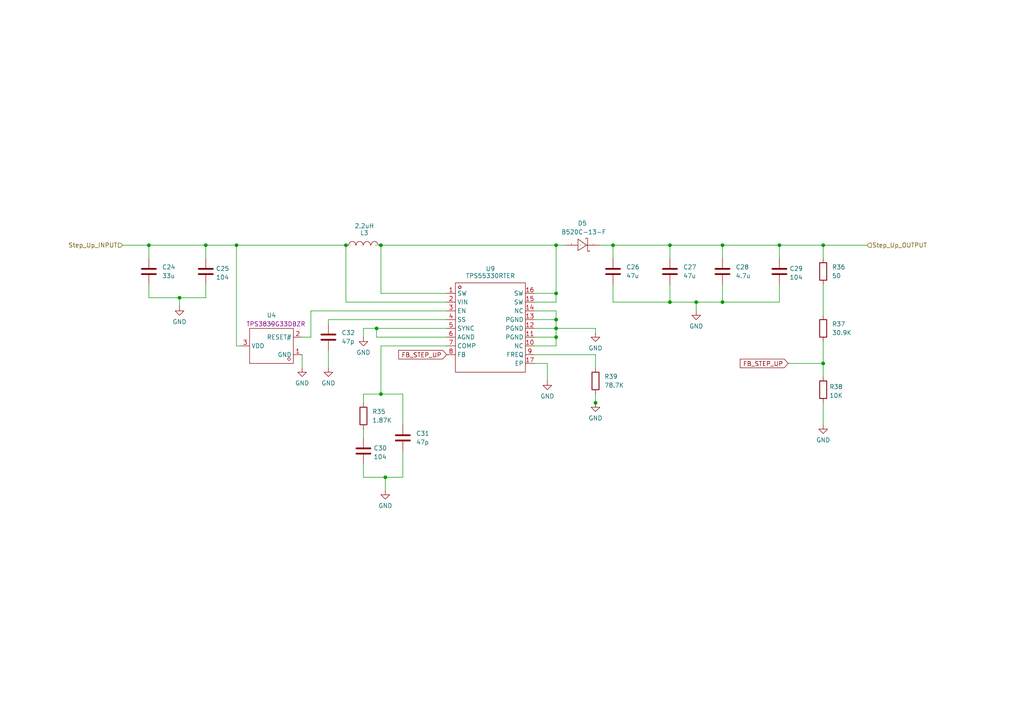
<source format=kicad_sch>
(kicad_sch (version 20250114) (generator "eeschema") (generator_version "9.0")
  (paper "A4")
  (lib_symbols
    (symbol "Device:C" (pin_numbers (hide yes)) (pin_names (offset 0.254))
      (property "Reference" "C" (at 0.635 2.54 0))
      (property "Value" "C" (at 0.635 -2.54 0))
      (symbol "C_0_1"
        (polyline (pts (xy -2.032 0.762) (xy 2.032 0.762)) (stroke (width 0.508)))
        (polyline (pts (xy -2.032 -0.762) (xy 2.032 -0.762)) (stroke (width 0.508)))
      )
      (symbol "C_1_1"
        (pin passive line (at 0 3.81 270) (length 2.794) (name "~") (number "1"))
        (pin passive line (at 0 -3.81 90) (length 2.794) (name "~") (number "2"))
      )
    )
    (symbol "Device:R" (pin_numbers (hide yes)) (pin_names (offset 0))
      (property "Reference" "R" (at 2.032 0 90))
      (property "Value" "R" (at 0 0 90))
      (symbol "R_0_1"
        (rectangle (start -1.016 -2.54) (end 1.016 2.54) (stroke (width 0.254)))
      )
      (symbol "R_1_1"
        (pin passive line (at 0 3.81 270) (length 1.27) (name "~") (number "1"))
        (pin passive line (at 0 -3.81 90) (length 1.27) (name "~") (number "2"))
      )
    )
    (symbol "My_Personal_Symbols_Library:B520C-13-F"
      (property "Reference" "D" (at 0 3.048 0))
      (symbol "B520C-13-F_1_0"
        (polyline (pts (xy -2.032 1.524) (xy -2.032 1.778) (xy -2.032 1.778) (xy -1.524 1.778) (xy -1.524 1.778) (xy -1.524 -2.032) (xy -1.524 -2.032) (xy -1.016 -2.032) (xy -1.016 -2.032) (xy -1.016 -1.778)))
        (polyline (pts (xy 1.27 1.524) (xy -1.27 0) (xy -1.27 0) (xy 1.27 -1.778) (xy 1.27 -1.778) (xy 1.27 1.524)))
        (pin unspecified line (at -5.08 0 0) (length 3.81) (name "K") (number "1"))
        (pin unspecified line (at 5.08 0 180) (length 3.81) (name "A") (number "2"))
      )
    )
    (symbol "My_Personal_Symbols_Library:SLF12575T-470M2R7-PF"
      (property "Reference" "L" (at 0 2.54 0))
      (symbol "SLF12575T-470M2R7-PF_1_0"
        (polyline (pts (xy -4.2672 0) (xy -4.2164 0.4318) (xy -4.2164 0.4318) (xy -4.0132 0.7874) (xy -4.0132 0.7874) (xy -3.6576 1.016) (xy -3.6576 1.016) (xy -3.2512 1.0922) (xy -3.2512 1.0922) (xy -2.8702 1.016) (xy -2.8702 1.016) (xy -2.5146 0.7874) (xy -2.5146 0.7874) (xy -2.3114 0.4064) (xy -2.3114 0.4064) (xy -2.2606 0)))
        (polyline (pts (xy -2.1082 0) (xy -2.0828 0.4318) (xy -2.0828 0.4318) (xy -1.8542 0.7874) (xy -1.8542 0.7874) (xy -1.524 1.016) (xy -1.524 1.016) (xy -1.1176 1.0922) (xy -1.1176 1.0922) (xy -0.7112 1.016) (xy -0.7112 1.016) (xy -0.3556 0.7874) (xy -0.3556 0.7874) (xy -0.1524 0.4318) (xy -0.1524 0.4318) (xy -0.1016 0)))
        (polyline (pts (xy 0 0) (xy 0.0508 0.4318) (xy 0.0508 0.4318) (xy 0.2794 0.7874) (xy 0.2794 0.7874) (xy 0.6096 1.016) (xy 0.6096 1.016) (xy 1.016 1.0922) (xy 1.016 1.0922) (xy 1.4224 1.016) (xy 1.4224 1.016) (xy 1.7526 0.7874) (xy 1.7526 0.7874) (xy 1.9812 0.4318) (xy 1.9812 0.4318) (xy 2.032 0)))
        (polyline (pts (xy 2.2098 0) (xy 2.2606 0.4064) (xy 2.2606 0.4064) (xy 2.4638 0.762) (xy 2.4638 0.762) (xy 2.8194 0.9906) (xy 2.8194 0.9906) (xy 3.2004 1.0922) (xy 3.2004 1.0922) (xy 3.6068 0.9906) (xy 3.6068 0.9906) (xy 3.9624 0.762) (xy 3.9624 0.762) (xy 4.1656 0.4064) (xy 4.1656 0.4064) (xy 4.2164 0)))
        (pin unspecified line (at -5.08 0 0) (length 0.762) (name "1") (number "1"))
        (pin unspecified line (at 5.08 0 180) (length 0.762) (name "2") (number "2"))
      )
    )
    (symbol "My_Personal_Symbols_Library:TPS3839G33DBZR"
      (property "Reference" "U" (at 0 6.604 0))
      (symbol "TPS3839G33DBZR_1_0"
        (rectangle (start -6.35 -5.08) (end 6.35 5.08))
        (circle (center -5.08 3.81) (radius 0.381))
        (pin input line (at -8.89 2.54 0) (length 2.54) (name "GND") (number "1"))
        (pin input line (at -8.89 -2.54 0) (length 2.54) (name "RESET#") (number "2"))
        (pin input line (at 8.89 0 180) (length 2.54) (name "VDD") (number "3"))
      )
    )
    (symbol "My_Personal_Symbols_Library:TPS55330RTER"
      (property "Reference" "U" (at 0 15.494 0))
      (symbol "TPS55330RTER_1_0"
        (rectangle (start -10.16 -12.7) (end 10.16 13.208))
        (circle (center -8.89 11.938) (radius 0.381))
        (circle (center -8.89 11.938) (radius 0.381))
        (pin unspecified line (at -12.7 10.16 0) (length 2.54) (name "SW") (number "1"))
        (pin unspecified line (at -12.7 7.62 0) (length 2.54) (name "VIN") (number "2"))
        (pin unspecified line (at -12.7 5.08 0) (length 2.54) (name "EN") (number "3"))
        (pin unspecified line (at -12.7 2.54 0) (length 2.54) (name "SS") (number "4"))
        (pin unspecified line (at -12.7 0 0) (length 2.54) (name "SYNC") (number "5"))
        (pin unspecified line (at -12.7 -2.54 0) (length 2.54) (name "AGND") (number "6"))
        (pin unspecified line (at -12.7 -5.08 0) (length 2.54) (name "COMP") (number "7"))
        (pin unspecified line (at -12.7 -7.62 0) (length 2.54) (name "FB") (number "8"))
        (pin unspecified line (at 12.7 10.16 180) (length 2.54) (name "SW") (number "16"))
        (pin unspecified line (at 12.7 7.62 180) (length 2.54) (name "SW") (number "15"))
        (pin unspecified line (at 12.7 5.08 180) (length 2.54) (name "NC") (number "14"))
        (pin unspecified line (at 12.7 2.54 180) (length 2.54) (name "PGND") (number "13"))
        (pin unspecified line (at 12.7 0 180) (length 2.54) (name "PGND") (number "12"))
        (pin unspecified line (at 12.7 -2.54 180) (length 2.54) (name "PGND") (number "11"))
        (pin unspecified line (at 12.7 -5.08 180) (length 2.54) (name "NC") (number "10"))
        (pin unspecified line (at 12.7 -7.62 180) (length 2.54) (name "FREQ") (number "9"))
        (pin unspecified line (at 12.7 -10.16 180) (length 2.54) (name "EP") (number "17"))
      )
    )
    (symbol "power:GND" (power) (pin_names (offset 0))
      (property "Value" "GND" (at 0 -3.81 0))
      (symbol "GND_0_1"
        (polyline (pts (xy 0 0) (xy 0 -1.27) (xy 1.27 -1.27) (xy 0 -2.54) (xy -1.27 -1.27) (xy 0 -1.27)))
      )
      (symbol "GND_1_1"
        (pin power_in line (at 0 0 270) (length 0) (hide yes) (name "GND") (number "1"))
      )
    )
  )
  (junction (at 161.29 92.71))
  (junction (at 109.22 95.25))
  (junction (at 161.29 85.09))
  (junction (at 177.8 71.12))
  (junction (at 110.49 114.3))
  (junction (at 172.72 116.84))
  (junction (at 110.49 71.12))
  (junction (at 52.07 86.36))
  (junction (at 43.18 71.12))
  (junction (at 238.76 105.41))
  (junction (at 161.29 97.79))
  (junction (at 68.58 71.12))
  (junction (at 194.31 71.12))
  (junction (at 161.29 95.25))
  (junction (at 194.31 87.63))
  (junction (at 100.33 71.12))
  (junction (at 226.06 71.12))
  (junction (at 201.93 87.63))
  (junction (at 209.55 71.12))
  (junction (at 161.29 71.12))
  (junction (at 209.55 87.63))
  (junction (at 59.69 71.12))
  (junction (at 111.76 138.43))
  (junction (at 238.76 71.12))
  (wire (pts (xy 116.84 114.3) (xy 116.84 123.19)))
  (wire (pts (xy 154.94 105.41) (xy 158.75 105.41)))
  (wire (pts (xy 90.17 97.79) (xy 90.17 90.17)))
  (wire (pts (xy 238.76 116.84) (xy 238.76 123.19)))
  (wire (pts (xy 226.06 87.63) (xy 226.06 82.55)))
  (wire (pts (xy 59.69 86.36) (xy 59.69 82.55)))
  (wire (pts (xy 95.25 92.71) (xy 129.54 92.71)))
  (wire (pts (xy 154.94 90.17) (xy 161.29 90.17)))
  (wire (pts (xy 105.41 97.79) (xy 105.41 95.25)))
  (wire (pts (xy 43.18 74.93) (xy 43.18 71.12)))
  (wire (pts (xy 110.49 71.12) (xy 161.29 71.12)))
  (wire (pts (xy 105.41 124.46) (xy 105.41 127)))
  (wire (pts (xy 161.29 95.25) (xy 172.72 95.25)))
  (wire (pts (xy 105.41 138.43) (xy 111.76 138.43)))
  (wire (pts (xy 154.94 92.71) (xy 161.29 92.71)))
  (wire (pts (xy 172.72 116.84) (xy 172.72 118.11)))
  (wire (pts (xy 35.56 71.12) (xy 43.18 71.12)))
  (wire (pts (xy 110.49 100.33) (xy 110.49 114.3)))
  (wire (pts (xy 90.17 90.17) (xy 129.54 90.17)))
  (wire (pts (xy 238.76 82.55) (xy 238.76 91.44)))
  (wire (pts (xy 161.29 71.12) (xy 161.29 85.09)))
  (wire (pts (xy 110.49 85.09) (xy 129.54 85.09)))
  (wire (pts (xy 177.8 87.63) (xy 194.31 87.63)))
  (wire (pts (xy 43.18 82.55) (xy 43.18 86.36)))
  (wire (pts (xy 173.99 71.12) (xy 177.8 71.12)))
  (wire (pts (xy 226.06 71.12) (xy 226.06 74.93)))
  (wire (pts (xy 194.31 82.55) (xy 194.31 87.63)))
  (wire (pts (xy 161.29 85.09) (xy 154.94 85.09)))
  (wire (pts (xy 172.72 114.3) (xy 172.72 116.84)))
  (wire (pts (xy 59.69 71.12) (xy 59.69 74.93)))
  (wire (pts (xy 87.63 97.79) (xy 90.17 97.79)))
  (wire (pts (xy 161.29 95.25) (xy 161.29 97.79)))
  (wire (pts (xy 109.22 97.79) (xy 109.22 95.25)))
  (wire (pts (xy 100.33 71.12) (xy 100.33 87.63)))
  (wire (pts (xy 105.41 95.25) (xy 109.22 95.25)))
  (wire (pts (xy 238.76 105.41) (xy 238.76 109.22)))
  (wire (pts (xy 59.69 71.12) (xy 68.58 71.12)))
  (wire (pts (xy 161.29 71.12) (xy 163.83 71.12)))
  (wire (pts (xy 68.58 100.33) (xy 69.85 100.33)))
  (wire (pts (xy 238.76 71.12) (xy 251.46 71.12)))
  (wire (pts (xy 194.31 87.63) (xy 201.93 87.63)))
  (wire (pts (xy 154.94 95.25) (xy 161.29 95.25)))
  (wire (pts (xy 110.49 71.12) (xy 110.49 85.09)))
  (wire (pts (xy 177.8 82.55) (xy 177.8 87.63)))
  (wire (pts (xy 172.72 95.25) (xy 172.72 96.52)))
  (wire (pts (xy 109.22 95.25) (xy 129.54 95.25)))
  (wire (pts (xy 105.41 114.3) (xy 105.41 116.84)))
  (wire (pts (xy 111.76 138.43) (xy 111.76 142.24)))
  (wire (pts (xy 238.76 99.06) (xy 238.76 105.41)))
  (wire (pts (xy 228.6 105.41) (xy 238.76 105.41)))
  (wire (pts (xy 116.84 138.43) (xy 116.84 130.81)))
  (wire (pts (xy 172.72 102.87) (xy 172.72 106.68)))
  (wire (pts (xy 95.25 93.98) (xy 95.25 92.71)))
  (wire (pts (xy 129.54 97.79) (xy 109.22 97.79)))
  (wire (pts (xy 154.94 97.79) (xy 161.29 97.79)))
  (wire (pts (xy 194.31 71.12) (xy 209.55 71.12)))
  (wire (pts (xy 52.07 86.36) (xy 59.69 86.36)))
  (wire (pts (xy 209.55 71.12) (xy 226.06 71.12)))
  (wire (pts (xy 161.29 100.33) (xy 154.94 100.33)))
  (wire (pts (xy 87.63 102.87) (xy 87.63 106.68)))
  (wire (pts (xy 105.41 114.3) (xy 110.49 114.3)))
  (wire (pts (xy 161.29 97.79) (xy 161.29 100.33)))
  (wire (pts (xy 226.06 71.12) (xy 238.76 71.12)))
  (wire (pts (xy 158.75 105.41) (xy 158.75 110.49)))
  (wire (pts (xy 129.54 100.33) (xy 110.49 100.33)))
  (wire (pts (xy 161.29 90.17) (xy 161.29 92.71)))
  (wire (pts (xy 201.93 87.63) (xy 201.93 90.17)))
  (wire (pts (xy 177.8 71.12) (xy 177.8 74.93)))
  (wire (pts (xy 43.18 71.12) (xy 59.69 71.12)))
  (wire (pts (xy 110.49 114.3) (xy 116.84 114.3)))
  (wire (pts (xy 68.58 71.12) (xy 100.33 71.12)))
  (wire (pts (xy 209.55 71.12) (xy 209.55 74.93)))
  (wire (pts (xy 194.31 71.12) (xy 194.31 74.93)))
  (wire (pts (xy 68.58 71.12) (xy 68.58 100.33)))
  (wire (pts (xy 201.93 87.63) (xy 209.55 87.63)))
  (wire (pts (xy 95.25 101.6) (xy 95.25 106.68)))
  (wire (pts (xy 238.76 71.12) (xy 238.76 74.93)))
  (wire (pts (xy 161.29 87.63) (xy 161.29 85.09)))
  (wire (pts (xy 161.29 92.71) (xy 161.29 95.25)))
  (wire (pts (xy 209.55 82.55) (xy 209.55 87.63)))
  (wire (pts (xy 43.18 86.36) (xy 52.07 86.36)))
  (wire (pts (xy 154.94 87.63) (xy 161.29 87.63)))
  (wire (pts (xy 209.55 87.63) (xy 226.06 87.63)))
  (wire (pts (xy 100.33 87.63) (xy 129.54 87.63)))
  (wire (pts (xy 111.76 138.43) (xy 116.84 138.43)))
  (wire (pts (xy 177.8 71.12) (xy 194.31 71.12)))
  (wire (pts (xy 154.94 102.87) (xy 172.72 102.87)))
  (wire (pts (xy 52.07 86.36) (xy 52.07 88.9)))
  (wire (pts (xy 105.41 134.62) (xy 105.41 138.43)))
  (global_label "FB_STEP_UP" (shape input) (at 129.54 102.87 180) (property "Intersheetrefs" "${INTERSHEET_REFS}" (effects (hide yes))))
  (global_label "FB_STEP_UP" (shape input) (at 228.6 105.41 180) (property "Intersheetrefs" "${INTERSHEET_REFS}" (effects (hide yes))))
  (hierarchical_label "Step_Up_OUTPUT" (shape input) (at 251.46 71.12 0))
  (hierarchical_label "Step_Up_INPUT" (shape input) (at 35.56 71.12 180))
  (symbol (lib_id "Device:C") (at 226.06 78.74 0) (unit 1)
    (property "Reference" "C29" (at 228.981 77.9053 0) (effects (justify left)))
    (property "Value" "104" (at 228.981 80.4422 0) (effects (justify left)))
    (property "Footprint" "Capacitor_SMD:C_0805_2012Metric_Pad1.18x1.45mm_HandSolder" (effects (hide yes)))
    (property "REF" "C49678" (effects (hide yes)))
  )
  (symbol (lib_id "Device:C") (at 43.18 78.74 0) (unit 1)
    (property "Reference" "C24" (at 46.99 77.4699 0) (effects (justify left)))
    (property "Value" "33u" (at 46.99 80.0099 0) (effects (justify left)))
    (property "Footprint" "Capacitor_SMD:C_0805_2012Metric_Pad1.18x1.45mm_HandSolder" (effects (hide yes)))
    (property "REF" "C49678" (effects (hide yes)))
  )
  (symbol (lib_id "power:GND") (at 52.07 88.9 0) (unit 1)
    (property "Reference" "#PWR071" (effects (hide yes)))
    (property "Value" "GND" (at 52.07 93.3434 0))
  )
  (symbol (lib_id "power:GND") (at 111.76 142.24 0) (unit 1)
    (property "Reference" "#PWR069" (effects (hide yes)))
    (property "Value" "GND" (at 111.76 146.6834 0))
  )
  (symbol (lib_id "My_Personal_Symbols_Library:SLF12575T-470M2R7-PF") (at 105.41 71.12 0) (unit 1)
    (property "Reference" "L3" (at 105.664 67.564 0))
    (property "Value" "2.2uH" (at 105.664 65.532 0))
    (property "Footprint" "ProLib_pcs_SLF12575T-470M2R7-PF_2025-04-30:IND-SMD_L12.5-W12.5_SLF12565T" (effects (hide yes)))
    (property "Datasheet" "https://atta.szlcsc.com/upload/public/pdf/source/20180327/C89262_67442C42F74B8E04375AB69B6F8513DA.pdf" (effects (hide yes)))
    (property "Description" "Inductance: Tolerance:±20% Tolerance:±20% Rated Current: Saturation Current (Isat):2.7A DC Resistance (DCR): Type:- Ratings:-" (effects (hide yes)))
    (property "Manufacturer Part" "SLF12575T-470M2R7-PF" (effects (hide yes)))
    (property "Manufacturer" "TDK" (effects (hide yes)))
    (property "Supplier Part" "C81468" (effects (hide yes)))
    (property "Supplier" "LCSC" (effects (hide yes)))
    (property "LCSC Part Name" "47uH ±20% 2.7A" (effects (hide yes)))
  )
  (symbol (lib_id "power:GND") (at 87.63 106.68 0) (unit 1)
    (property "Reference" "#PWR070" (effects (hide yes)))
    (property "Value" "GND" (at 87.63 111.1234 0))
  )
  (symbol (lib_id "power:GND") (at 172.72 96.52 0) (unit 1)
    (property "Reference" "#PWR074" (effects (hide yes)))
    (property "Value" "GND" (at 172.72 100.9634 0))
  )
  (symbol (lib_id "Device:R") (at 238.76 113.03 180) (unit 1)
    (property "Reference" "R38" (at 240.538 112.1953 0) (effects (justify right)))
    (property "Value" "10K" (at 240.538 114.7322 0) (effects (justify right)))
    (property "Footprint" "Resistor_SMD:R_0805_2012Metric_Pad1.20x1.40mm_HandSolder" (effects (hide yes)))
    (property "REF" "C864029" (effects (hide yes)))
  )
  (symbol (lib_id "Device:R") (at 238.76 95.25 180) (unit 1)
    (property "Reference" "R37" (at 241.3 93.9799 0) (effects (justify right)))
    (property "Value" "30.9K" (at 241.3 96.5199 0) (effects (justify right)))
    (property "Footprint" "Resistor_SMD:R_0805_2012Metric_Pad1.20x1.40mm_HandSolder" (effects (hide yes)))
    (property "REF" "C864029" (effects (hide yes)))
  )
  (symbol (lib_id "My_Personal_Symbols_Library:TPS3839G33DBZR") (at 78.74 100.33 180) (unit 1)
    (property "Reference" "U4" (at 78.74 91.44 0))
    (property "Value" "~" (at 78.74 93.98 0))
    (property "Footprint" "ProLib_pcs_TPS3839G33DBZR_2025-05-15:SOT-23-3_L2.9-W1.3-P1.90-LS2.4-BR" (effects (hide yes)))
    (property "Datasheet" "https://www.ti.com/cn/lit/gpn/tps3839" (effects (hide yes)))
    (property "Description" "ChipType:Simple reset/Power-on reset Output Type:推挽 Reset Active Level:低电平有效 Threshold Voltage:3.08V Number of Voltages Monitored:1 Reset Timeout:120ms Operating Temperature:-40°C~+85°C@(TA) Operating Temperature:-40°C~+85°C@(TA)" (effects (hide yes)))
    (property "Manufacturer Part" "TPS3839G33DBZR" (effects (hide yes)))
    (property "Manufacturer" "TI(德州仪器)" (effects (hide yes)))
    (property "Supplier Part" "C485802" (effects (hide yes)))
    (property "Supplier" "LCSC" (effects (hide yes)))
    (property "LCSC Part Name" "TPS3839G33DBZR" (at 80.01 93.98 0))
  )
  (symbol (lib_id "Device:C") (at 194.31 78.74 0) (unit 1)
    (property "Reference" "C27" (at 198.12 77.4699 0) (effects (justify left)))
    (property "Value" "47u" (at 198.12 80.0099 0) (effects (justify left)))
    (property "Footprint" "Capacitor_SMD:C_0805_2012Metric_Pad1.18x1.45mm_HandSolder" (effects (hide yes)))
    (property "REF" "C49678" (effects (hide yes)))
  )
  (symbol (lib_id "Device:C") (at 116.84 127 0) (unit 1)
    (property "Reference" "C31" (at 120.65 125.7299 0) (effects (justify left)))
    (property "Value" "47p" (at 120.65 128.2699 0) (effects (justify left)))
    (property "Footprint" "Capacitor_SMD:C_0805_2012Metric_Pad1.18x1.45mm_HandSolder" (effects (hide yes)))
    (property "REF" "C49678" (effects (hide yes)))
  )
  (symbol (lib_id "Device:R") (at 172.72 110.49 180) (unit 1)
    (property "Reference" "R39" (at 175.26 109.2199 0) (effects (justify right)))
    (property "Value" "78.7K" (at 175.26 111.7599 0) (effects (justify right)))
    (property "Footprint" "Resistor_SMD:R_0805_2012Metric_Pad1.20x1.40mm_HandSolder" (effects (hide yes)))
    (property "REF" "C864029" (effects (hide yes)))
  )
  (symbol (lib_id "My_Personal_Symbols_Library:TPS55330RTER") (at 142.24 95.25 0) (unit 1)
    (property "Reference" "U9" (at 142.24 77.978 0))
    (property "Value" "TPS55330RTER" (at 142.24 80.01 0))
    (property "Manufacturer Part" "TPS55330RTER" (effects (hide yes)))
    (property "Supplier Part" "C33616" (effects (hide yes)))
  )
  (symbol (lib_id "Device:C") (at 209.55 78.74 0) (unit 1)
    (property "Reference" "C28" (at 213.36 77.4699 0) (effects (justify left)))
    (property "Value" "4.7u" (at 213.36 80.0099 0) (effects (justify left)))
    (property "Footprint" "Capacitor_SMD:C_0805_2012Metric_Pad1.18x1.45mm_HandSolder" (effects (hide yes)))
    (property "REF" "C49678" (effects (hide yes)))
  )
  (symbol (lib_id "power:GND") (at 201.93 90.17 0) (unit 1)
    (property "Reference" "#PWR077" (effects (hide yes)))
    (property "Value" "GND" (at 201.93 94.6134 0))
  )
  (symbol (lib_id "power:GND") (at 238.76 123.19 0) (unit 1)
    (property "Reference" "#PWR078" (effects (hide yes)))
    (property "Value" "GND" (at 238.76 127.6334 0))
  )
  (symbol (lib_id "Device:C") (at 95.25 97.79 0) (unit 1)
    (property "Reference" "C32" (at 99.06 96.5199 0) (effects (justify left)))
    (property "Value" "47p" (at 99.06 99.0599 0) (effects (justify left)))
    (property "Footprint" "Capacitor_SMD:C_0805_2012Metric_Pad1.18x1.45mm_HandSolder" (effects (hide yes)))
    (property "REF" "C49678" (effects (hide yes)))
  )
  (symbol (lib_id "Device:C") (at 177.8 78.74 0) (unit 1)
    (property "Reference" "C26" (at 181.61 77.4699 0) (effects (justify left)))
    (property "Value" "47u" (at 181.61 80.0099 0) (effects (justify left)))
    (property "Footprint" "Capacitor_SMD:C_0805_2012Metric_Pad1.18x1.45mm_HandSolder" (effects (hide yes)))
    (property "REF" "C49678" (effects (hide yes)))
  )
  (symbol (lib_id "Device:R") (at 238.76 78.74 180) (unit 1)
    (property "Reference" "R36" (at 241.3 77.4699 0) (effects (justify right)))
    (property "Value" "50" (at 241.3 80.0099 0) (effects (justify right)))
    (property "Footprint" "Resistor_SMD:R_0805_2012Metric_Pad1.20x1.40mm_HandSolder" (effects (hide yes)))
    (property "REF" "C864029" (effects (hide yes)))
  )
  (symbol (lib_id "power:GND") (at 95.25 106.68 0) (unit 1)
    (property "Reference" "#PWR072" (effects (hide yes)))
    (property "Value" "GND" (at 95.25 111.1234 0))
  )
  (symbol (lib_id "power:GND") (at 172.72 116.84 0) (unit 1)
    (property "Reference" "#PWR076" (effects (hide yes)))
    (property "Value" "GND" (at 172.72 121.2834 0))
  )
  (symbol (lib_id "Device:R") (at 105.41 120.65 180) (unit 1)
    (property "Reference" "R35" (at 107.95 119.3799 0) (effects (justify right)))
    (property "Value" "1.87K" (at 107.95 121.9199 0) (effects (justify right)))
    (property "Footprint" "Resistor_SMD:R_0805_2012Metric_Pad1.20x1.40mm_HandSolder" (effects (hide yes)))
    (property "REF" "C864029" (effects (hide yes)))
  )
  (symbol (lib_id "power:GND") (at 158.75 110.49 0) (unit 1)
    (property "Reference" "#PWR075" (effects (hide yes)))
    (property "Value" "GND" (at 158.75 114.9334 0))
  )
  (symbol (lib_id "My_Personal_Symbols_Library:B520C-13-F") (at 168.91 71.12 180) (unit 1)
    (property "Reference" "D5" (at 168.91 64.77 0))
    (property "Value" "B520C-13-F" (at 169.291 67.31 0))
    (property "Footprint" "ProLib_pcs_B520C-13-F_2025-05-15:SMC_L7.1-W6.2-LS8.1-RD" (effects (hide yes)))
    (property "Datasheet" "https://atta.szlcsc.com/upload/public/pdf/source/20171023/C134461_15087453602301052556.pdf" (effects (hide yes)))
    (property "Description" "Forward Voltage (Vf@If):550mV@5A Reverse Voltage (Vr):20V Rectified Current:5A Reverse Leakage Current (Ir):500uA@20V" (effects (hide yes)))
    (property "Manufacturer Part" "B520C-13-F" (effects (hide yes)))
    (property "Manufacturer" "DIODES(美台)" (effects (hide yes)))
    (property "Supplier Part" "C134460" (effects (hide yes)))
    (property "Supplier" "LCSC" (effects (hide yes)))
    (property "LCSC Part Name" "电压:20V 电流:5A" (effects (hide yes)))
  )
  (symbol (lib_id "Device:C") (at 59.69 78.74 0) (unit 1)
    (property "Reference" "C25" (at 62.611 77.9053 0) (effects (justify left)))
    (property "Value" "104" (at 62.611 80.4422 0) (effects (justify left)))
    (property "Footprint" "Capacitor_SMD:C_0805_2012Metric_Pad1.18x1.45mm_HandSolder" (effects (hide yes)))
    (property "REF" "C49678" (effects (hide yes)))
  )
  (symbol (lib_id "Device:C") (at 105.41 130.81 0) (unit 1)
    (property "Reference" "C30" (at 108.331 129.9753 0) (effects (justify left)))
    (property "Value" "104" (at 108.331 132.5122 0) (effects (justify left)))
    (property "Footprint" "Capacitor_SMD:C_0805_2012Metric_Pad1.18x1.45mm_HandSolder" (effects (hide yes)))
    (property "REF" "C49678" (effects (hide yes)))
  )
  (symbol (lib_id "power:GND") (at 105.41 97.79 0) (unit 1)
    (property "Reference" "#PWR073" (effects (hide yes)))
    (property "Value" "GND" (at 105.41 102.2334 0))
  )
)
</source>
